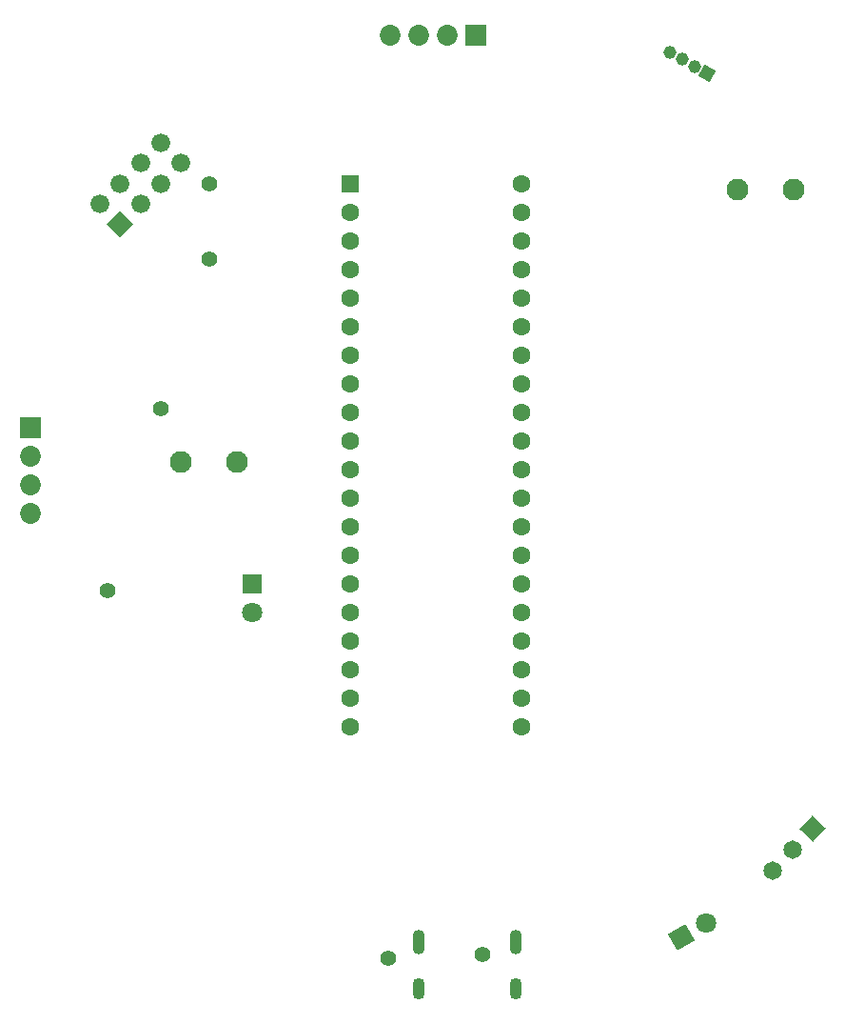
<source format=gbs>
G04*
G04 #@! TF.GenerationSoftware,Altium Limited,Altium Designer,24.6.1 (21)*
G04*
G04 Layer_Color=16711935*
%FSLAX25Y25*%
%MOIN*%
G70*
G04*
G04 #@! TF.SameCoordinates,C93C9CB5-FBF7-4B20-BE99-6934CCFB3FDC*
G04*
G04*
G04 #@! TF.FilePolarity,Negative*
G04*
G01*
G75*
%ADD42R,0.07293X0.07293*%
%ADD43C,0.07293*%
%ADD44R,0.07293X0.07293*%
G04:AMPARAMS|DCode=45|XSize=70.93mil|YSize=66mil|CornerRadius=0mil|HoleSize=0mil|Usage=FLASHONLY|Rotation=30.000|XOffset=0mil|YOffset=0mil|HoleType=Round|Shape=Rectangle|*
%AMROTATEDRECTD45*
4,1,4,-0.01421,-0.04631,-0.04721,0.01085,0.01421,0.04631,0.04721,-0.01085,-0.01421,-0.04631,0.0*
%
%ADD45ROTATEDRECTD45*%

%ADD46C,0.07093*%
%ADD47C,0.06506*%
%ADD48P,0.09200X4X91.0*%
%ADD49O,0.04331X0.08662*%
%ADD50O,0.04331X0.07480*%
%ADD51C,0.07687*%
%ADD52P,0.06416X4X195.0*%
%ADD53C,0.04537*%
%ADD54P,0.09334X4X90.0*%
%ADD55C,0.06600*%
%ADD56C,0.06307*%
%ADD57R,0.06307X0.06307*%
%ADD58R,0.06600X0.07093*%
%ADD59C,0.05600*%
D42*
X1000Y161000D02*
D03*
D43*
X-9000D02*
D03*
X-19000D02*
D03*
X-29000D02*
D03*
X-155000Y13500D02*
D03*
Y3500D02*
D03*
Y-6500D02*
D03*
D44*
Y23500D02*
D03*
D45*
X73056Y-154853D02*
D03*
D46*
X81716Y-149853D02*
D03*
X-77500Y-41000D02*
D03*
D47*
X111927Y-124097D02*
D03*
X104980Y-131291D02*
D03*
D48*
X118873Y-116904D02*
D03*
D49*
X-19008Y-156384D02*
D03*
X15008D02*
D03*
D50*
X-19008Y-172841D02*
D03*
X15008D02*
D03*
D51*
X92658Y107000D02*
D03*
X112343D02*
D03*
X-82657Y11500D02*
D03*
X-102342D02*
D03*
D52*
X81830Y147500D02*
D03*
D53*
X77500Y150000D02*
D03*
X73170Y152500D02*
D03*
X68840Y155000D02*
D03*
D54*
X-123571Y94858D02*
D03*
D55*
X-130642Y101929D02*
D03*
X-116500D02*
D03*
X-123571Y109000D02*
D03*
X-109429D02*
D03*
X-116500Y116071D02*
D03*
X-102358D02*
D03*
X-109429Y123142D02*
D03*
D56*
X-43000Y-41000D02*
D03*
Y-31000D02*
D03*
X17000Y69000D02*
D03*
Y-41000D02*
D03*
X-43000Y-1000D02*
D03*
Y19000D02*
D03*
Y39000D02*
D03*
Y49000D02*
D03*
Y59000D02*
D03*
X17000Y79000D02*
D03*
X-43000Y69000D02*
D03*
X17000Y109000D02*
D03*
Y-21000D02*
D03*
Y-31000D02*
D03*
Y99000D02*
D03*
Y89000D02*
D03*
Y59000D02*
D03*
Y49000D02*
D03*
Y39000D02*
D03*
Y29000D02*
D03*
Y19000D02*
D03*
Y9000D02*
D03*
Y-1000D02*
D03*
Y-11000D02*
D03*
Y-51000D02*
D03*
Y-61000D02*
D03*
Y-71000D02*
D03*
Y-81000D02*
D03*
X-43000D02*
D03*
Y-71000D02*
D03*
Y-61000D02*
D03*
Y-51000D02*
D03*
Y-21000D02*
D03*
Y-11000D02*
D03*
Y9000D02*
D03*
Y29000D02*
D03*
Y79000D02*
D03*
Y89000D02*
D03*
Y99000D02*
D03*
D57*
Y109000D02*
D03*
D58*
X-77500Y-31000D02*
D03*
D59*
X-92403Y82500D02*
D03*
Y109000D02*
D03*
X-128180Y-33600D02*
D03*
X-109300Y30200D02*
D03*
X-29700Y-162000D02*
D03*
X3400Y-160800D02*
D03*
M02*

</source>
